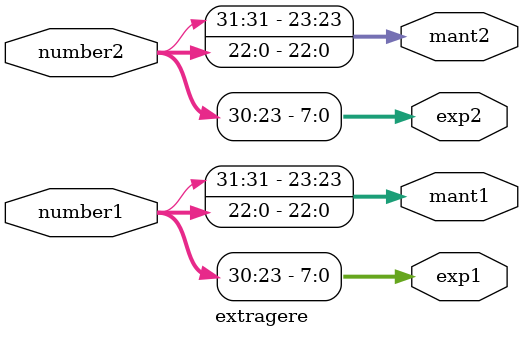
<source format=v>
`timescale 1ns / 1ps


module extragere(number1, number2, exp1, exp2, mant1, mant2);

    input [32:0] number1;
    input [32:0] number2;
    output [7:0] exp1;
    output [7:0] exp2;
    output [23:0] mant1;
    output [23:0] mant2;
    
    assign exp1[7:0] = number1[30:23];
    assign exp2[7:0] = number2[30:23];
    
    assign mant1[23] = number1[31];
    assign mant1[22:0] = number1[22:0];
    assign mant2[23] = number2[31];
    assign mant2[22:0] = number2[22:0];
endmodule

</source>
